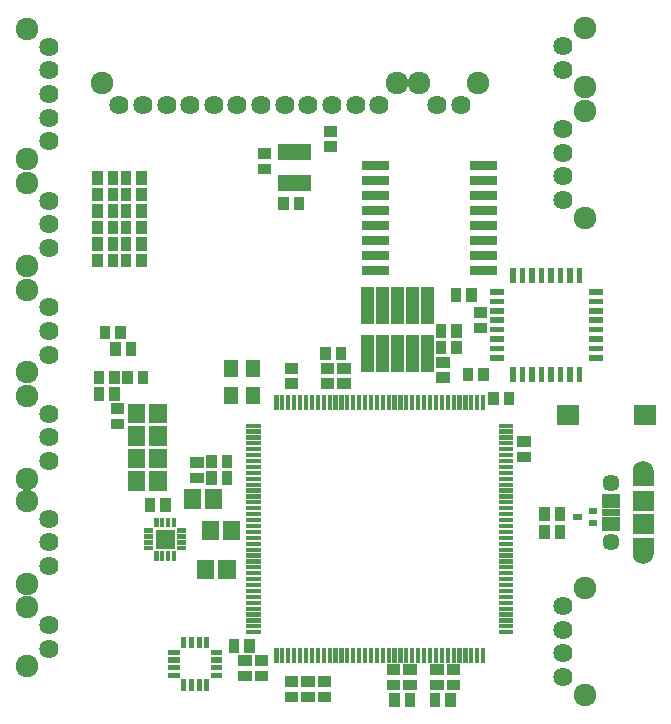
<source format=gbr>
G04 start of page 8 for group -4063 idx -4063 *
G04 Title: receiver, componentmask *
G04 Creator: pcb 20140316 *
G04 CreationDate: Tue 02 Jan 2018 12:34:38 AM GMT UTC *
G04 For: brian *
G04 Format: Gerber/RS-274X *
G04 PCB-Dimensions (mil): 6000.00 5000.00 *
G04 PCB-Coordinate-Origin: lower left *
%MOIN*%
%FSLAX25Y25*%
%LNTOPMASK*%
%ADD130R,0.0669X0.0669*%
%ADD129R,0.0551X0.0551*%
%ADD128R,0.0236X0.0236*%
%ADD127R,0.0220X0.0220*%
%ADD126R,0.0176X0.0176*%
%ADD125C,0.0001*%
%ADD124R,0.0572X0.0572*%
%ADD123R,0.0472X0.0472*%
%ADD122R,0.0689X0.0689*%
%ADD121R,0.0140X0.0140*%
%ADD120R,0.0430X0.0430*%
%ADD119R,0.0300X0.0300*%
%ADD118R,0.0187X0.0187*%
%ADD117R,0.0380X0.0380*%
%ADD116R,0.0355X0.0355*%
%ADD115C,0.0689*%
%ADD114C,0.0571*%
%ADD113C,0.0757*%
%ADD112C,0.0640*%
G54D112*X180283Y48563D03*
Y56437D03*
G54D113*X173016Y42657D03*
Y62343D03*
G54D112*X180283Y76126D03*
Y84000D03*
Y91874D03*
G54D113*X173016Y70220D03*
Y97780D03*
Y105220D03*
G54D112*X180283Y111126D03*
Y119000D03*
Y126874D03*
G54D113*X173016Y132780D03*
G54D112*X351717Y249437D03*
Y241563D03*
G54D113*X358984Y255343D03*
Y235657D03*
G54D112*X351717Y221811D03*
G54D113*X358984Y227717D03*
G54D112*X351717Y213937D03*
Y206063D03*
Y198189D03*
G54D113*X358984Y192283D03*
G54D112*X309563Y229717D03*
X317437D03*
G54D113*X323343Y236984D03*
X303657D03*
G54D112*X180283Y146626D03*
G54D113*X173016Y140720D03*
G54D112*X180283Y154500D03*
Y182126D03*
Y162374D03*
G54D113*X173016Y168280D03*
Y176220D03*
Y203780D03*
Y211846D03*
G54D114*X367661Y103843D03*
Y84157D03*
G54D115*X378291Y107780D03*
Y80220D03*
G54D112*X351717Y62811D03*
G54D113*X358984Y68717D03*
G54D112*X351717Y54937D03*
Y47063D03*
Y39189D03*
G54D113*X358984Y33283D03*
G54D112*X180283Y190000D03*
Y197874D03*
Y217752D03*
Y225626D03*
Y233500D03*
Y241374D03*
Y249248D03*
G54D113*X173016Y255154D03*
G54D112*X203693Y229717D03*
X211567D03*
X219441D03*
G54D113*X197787Y236984D03*
G54D112*X227315Y229717D03*
X235189D03*
X243063D03*
X250937D03*
X258811D03*
X266685D03*
X274559D03*
X282433D03*
X290307D03*
G54D113*X296213Y236984D03*
G54D116*X263559Y197492D02*Y196508D01*
G54D117*X265700Y204700D02*Y203100D01*
G54D116*X258441Y197492D02*Y196508D01*
G54D117*X258300Y204700D02*Y203100D01*
X262000Y204700D02*Y203100D01*
Y214900D02*Y213300D01*
X258300Y214900D02*Y213300D01*
G54D116*X251508Y208441D02*X252492D01*
X273508Y221059D02*X274492D01*
X273508Y215941D02*X274492D01*
G54D117*X265700Y214900D02*Y213300D01*
G54D116*X251508Y213559D02*X252492D01*
X202441Y148992D02*Y148008D01*
X207559Y148992D02*Y148008D01*
X204059Y154492D02*Y153508D01*
X198941Y154492D02*Y153508D01*
X205941Y205992D02*Y205008D01*
X211059Y205992D02*Y205008D01*
Y200492D02*Y199508D01*
X205941Y194992D02*Y194008D01*
Y200492D02*Y199508D01*
X201559Y200492D02*Y199508D01*
Y205992D02*Y205008D01*
Y194992D02*Y194008D01*
X196441Y200492D02*Y199508D01*
Y205992D02*Y205008D01*
X211059Y194992D02*Y194008D01*
Y189492D02*Y188508D01*
Y178492D02*Y177508D01*
Y183992D02*Y183008D01*
X205941Y189492D02*Y188508D01*
Y178492D02*Y177508D01*
Y183992D02*Y183008D01*
X201559Y189492D02*Y188508D01*
X196441Y189492D02*Y188508D01*
X201559Y183992D02*Y183008D01*
X196441Y183992D02*Y183008D01*
X201559Y178492D02*Y177508D01*
X196441Y178492D02*Y177508D01*
Y194992D02*Y194008D01*
G54D118*X357023Y174492D02*Y171566D01*
X353874Y174492D02*Y171566D01*
X350724Y174492D02*Y171566D01*
X347575Y174492D02*Y171566D01*
X344425Y174492D02*Y171566D01*
X341275Y174492D02*Y171566D01*
X338126Y174492D02*Y171566D01*
X334976Y174492D02*Y171566D01*
G54D119*X322000Y174500D02*X328000D01*
X322000Y179500D02*X328000D01*
X322000Y184500D02*X328000D01*
X322000Y199500D02*X328000D01*
X322000Y189500D02*X328000D01*
X322000Y194500D02*X328000D01*
X322000Y204500D02*X328000D01*
X322000Y209500D02*X328000D01*
X286000D02*X292000D01*
X286000Y204500D02*X292000D01*
X286000Y199500D02*X292000D01*
X286000Y194500D02*X292000D01*
X286000Y189500D02*X292000D01*
X286000Y184500D02*X292000D01*
X286000Y179500D02*X292000D01*
X286000Y174500D02*X292000D01*
G54D116*X311008Y144059D02*X311992D01*
X310941Y149492D02*Y148508D01*
G54D120*X306500Y151050D02*Y142950D01*
X301500Y151050D02*Y142950D01*
X296500Y151050D02*Y142950D01*
X291500Y151050D02*Y142950D01*
X286500Y151050D02*Y142950D01*
X306500Y167050D02*Y158950D01*
X301500Y167050D02*Y158950D01*
X296500Y167050D02*Y158950D01*
X291500Y167050D02*Y158950D01*
X286500Y167050D02*Y158950D01*
G54D116*X323508Y155441D02*X324492D01*
X323508Y160559D02*X324492D01*
X316059Y154992D02*Y154008D01*
X310941Y154992D02*Y154008D01*
X315941Y166992D02*Y166008D01*
X321059Y166992D02*Y166008D01*
G54D118*X328008Y167523D02*X330934D01*
X328008Y164374D02*X330934D01*
X328008Y161224D02*X330934D01*
X328008Y158075D02*X330934D01*
X328008Y154925D02*X330934D01*
G54D121*X309200Y132319D02*Y128921D01*
X307232Y132319D02*Y128921D01*
X317074Y132319D02*Y128921D01*
X315106Y132319D02*Y128921D01*
X313137Y132319D02*Y128921D01*
X311169Y132319D02*Y128921D01*
X324948Y132319D02*Y128921D01*
X322980Y132319D02*Y128921D01*
X321011Y132319D02*Y128921D01*
X319043Y132319D02*Y128921D01*
G54D116*X338008Y112441D02*X338992D01*
X338008Y117559D02*X338992D01*
G54D121*X330921Y87516D02*X334319D01*
X330921Y89485D02*X334319D01*
X330921Y91453D02*X334319D01*
X330921Y93422D02*X334319D01*
X330921Y95390D02*X334319D01*
X330921Y97359D02*X334319D01*
X330921Y99327D02*X334319D01*
X330921Y101296D02*X334319D01*
X330921Y103264D02*X334319D01*
X330921Y105233D02*X334319D01*
X330921Y107201D02*X334319D01*
X330921Y109170D02*X334319D01*
X330921Y111138D02*X334319D01*
X330921Y113107D02*X334319D01*
X330921Y115075D02*X334319D01*
X330921Y117044D02*X334319D01*
X330921Y119012D02*X334319D01*
X330921Y120981D02*X334319D01*
X330921Y122949D02*X334319D01*
G54D116*X319941Y140492D02*Y139508D01*
X325059Y140492D02*Y139508D01*
X311008Y138941D02*X311992D01*
X316059Y149492D02*Y148508D01*
G54D118*X328008Y151775D02*X330934D01*
X328008Y148626D02*X330934D01*
X328008Y145476D02*X330934D01*
G54D116*X333559Y132492D02*Y131508D01*
X328441Y132492D02*Y131508D01*
G54D118*X334977Y141434D02*Y138508D01*
X338126Y141434D02*Y138508D01*
X341276Y141434D02*Y138508D01*
X344425Y141434D02*Y138508D01*
X347575Y141434D02*Y138508D01*
X350725Y141434D02*Y138508D01*
X353874Y141434D02*Y138508D01*
X357024Y141434D02*Y138508D01*
X361066Y145477D02*X363992D01*
G54D122*X353008Y126500D02*X353402D01*
G54D118*X361066Y148626D02*X363992D01*
X361066Y151776D02*X363992D01*
X361066Y154925D02*X363992D01*
X361066Y158075D02*X363992D01*
X361066Y161225D02*X363992D01*
X361066Y164374D02*X363992D01*
X361066Y167524D02*X363992D01*
G54D116*X278008Y136941D02*X278992D01*
X278008Y142059D02*X278992D01*
X277559Y147492D02*Y146508D01*
G54D121*X305263Y132319D02*Y128921D01*
X303295Y132319D02*Y128921D01*
X301326Y132319D02*Y128921D01*
X299358Y132319D02*Y128921D01*
X297389Y132319D02*Y128921D01*
X295421Y132319D02*Y128921D01*
X293452Y132319D02*Y128921D01*
X291484Y132319D02*Y128921D01*
X289515Y132319D02*Y128921D01*
X287547Y132319D02*Y128921D01*
X285578Y132319D02*Y128921D01*
X283610Y132319D02*Y128921D01*
X281641Y132319D02*Y128921D01*
X279673Y132319D02*Y128921D01*
X277704Y132319D02*Y128921D01*
X275736Y132319D02*Y128921D01*
G54D116*X260508Y136941D02*X261492D01*
X260508Y142059D02*X261492D01*
G54D123*X240858Y142520D02*Y141535D01*
X248142Y142520D02*Y141535D01*
Y133465D02*Y132480D01*
G54D121*X261956Y132319D02*Y128921D01*
X259988Y132319D02*Y128921D01*
X258019Y132319D02*Y128921D01*
X256051Y132319D02*Y128921D01*
G54D123*X240858Y133465D02*Y132480D01*
G54D121*X246681Y122948D02*X250079D01*
X246681Y120980D02*X250079D01*
X246681Y119011D02*X250079D01*
X246681Y117043D02*X250079D01*
X246681Y115074D02*X250079D01*
X246681Y113106D02*X250079D01*
X246681Y111137D02*X250079D01*
X246681Y109169D02*X250079D01*
X246681Y107200D02*X250079D01*
X246681Y105232D02*X250079D01*
X246681Y103263D02*X250079D01*
X246681Y101295D02*X250079D01*
X246681Y99326D02*X250079D01*
X246681Y97358D02*X250079D01*
X246681Y95389D02*X250079D01*
X246681Y93421D02*X250079D01*
X246681Y91452D02*X250079D01*
X246681Y89484D02*X250079D01*
X246681Y87515D02*X250079D01*
G54D124*X239543Y75393D02*Y74607D01*
X232457Y75393D02*Y74607D01*
G54D121*X216048Y80315D02*Y78662D01*
X218016Y80315D02*Y78662D01*
G54D125*G36*
X215848Y88152D02*Y81848D01*
X222152D01*
Y88152D01*
X215848D01*
G37*
G54D121*X219984Y80315D02*Y78662D01*
X221952Y80315D02*Y78662D01*
G54D126*X220871Y47338D02*X222957D01*
X220871Y44779D02*X222957D01*
X220871Y42221D02*X222957D01*
X220871Y39662D02*X222957D01*
G54D116*X213941Y96992D02*Y96008D01*
X219059Y96992D02*Y96008D01*
G54D121*X221952Y91338D02*Y89685D01*
X219984Y91338D02*Y89685D01*
X218016Y91338D02*Y89685D01*
X216048Y91338D02*Y89685D01*
X212662Y87952D02*X214315D01*
X212662Y85984D02*X214315D01*
X212662Y84016D02*X214315D01*
X212662Y82048D02*X214315D01*
G54D116*X241941Y49992D02*Y49008D01*
X247059Y49992D02*Y49008D01*
G54D126*X232838Y51629D02*Y49543D01*
X230279Y51629D02*Y49543D01*
X227721Y51629D02*Y49543D01*
X225162Y51629D02*Y49543D01*
X235043Y47338D02*X237129D01*
X225162Y37457D02*Y35371D01*
X227721Y37457D02*Y35371D01*
X230279Y37457D02*Y35371D01*
X232838Y37457D02*Y35371D01*
X235043Y39662D02*X237129D01*
X235043Y42221D02*X237129D01*
X235043Y44779D02*X237129D01*
G54D124*X233957Y88393D02*Y87607D01*
X241043Y88393D02*Y87607D01*
G54D121*X223685Y82048D02*X225338D01*
X223685Y84016D02*X225338D01*
X223685Y85984D02*X225338D01*
X223685Y87952D02*X225338D01*
G54D124*X235043Y98893D02*Y98107D01*
X227957Y98893D02*Y98107D01*
G54D116*X234441Y105992D02*Y105008D01*
X229008Y105441D02*X229992D01*
X239559Y105992D02*Y105008D01*
Y111492D02*Y110508D01*
X234441Y111492D02*Y110508D01*
X229008Y110559D02*X229992D01*
G54D124*X216543Y104893D02*Y104107D01*
X209457Y104893D02*Y104107D01*
X216543Y112393D02*Y111607D01*
X209457Y112393D02*Y111607D01*
X216543Y119893D02*Y119107D01*
X209457Y119893D02*Y119107D01*
X216543Y127393D02*Y126607D01*
X209457Y127393D02*Y126607D01*
G54D116*X202508Y128559D02*X203492D01*
X202508Y123441D02*X203492D01*
X202059Y139492D02*Y138508D01*
X206441Y139492D02*Y138508D01*
X202059Y133992D02*Y133008D01*
X196941Y139492D02*Y138508D01*
X211559Y139492D02*Y138508D01*
X196941Y133992D02*Y133008D01*
X250508Y44559D02*X251492D01*
X250508Y39441D02*X251492D01*
X245008Y44559D02*X245992D01*
X245008Y39441D02*X245992D01*
X260508Y37559D02*X261492D01*
X266008D02*X266992D01*
X271508D02*X272492D01*
G54D121*X256052Y48079D02*Y44681D01*
X258020Y48079D02*Y44681D01*
X259989Y48079D02*Y44681D01*
X261957Y48079D02*Y44681D01*
X263926Y48079D02*Y44681D01*
X265894Y48079D02*Y44681D01*
X267863Y48079D02*Y44681D01*
X269831Y48079D02*Y44681D01*
X271800Y48079D02*Y44681D01*
X273768Y48079D02*Y44681D01*
G54D116*X272508Y136941D02*X273492D01*
G54D121*X273767Y132319D02*Y128921D01*
G54D116*X272508Y142059D02*X273492D01*
X272441Y147492D02*Y146508D01*
G54D121*X271799Y132319D02*Y128921D01*
X269830Y132319D02*Y128921D01*
X267862Y132319D02*Y128921D01*
X265893Y132319D02*Y128921D01*
X263925Y132319D02*Y128921D01*
G54D127*X361250Y94469D02*X361848D01*
X361250Y90531D02*X361848D01*
G54D128*X365791Y88882D02*X369531D01*
X365791Y91441D02*X369531D01*
X365791Y94000D02*X369531D01*
X365791Y96559D02*X369531D01*
X365791Y99118D02*X369531D01*
G54D129*X377602Y105417D02*X378980D01*
G54D122*X378598Y126500D02*X378992D01*
G54D129*X377602Y82583D02*X378980D01*
G54D130*X378193Y97937D02*X378390D01*
X378193Y90063D02*X378390D01*
G54D127*X356152Y92500D02*X356750D01*
G54D116*X350559Y93992D02*Y93008D01*
X345441Y93992D02*Y93008D01*
X350559Y87992D02*Y87008D01*
X345441Y87992D02*Y87008D01*
X260508Y32441D02*X261492D01*
X266008D02*X266992D01*
X271508D02*X272492D01*
G54D121*X275737Y48079D02*Y44681D01*
X277705Y48079D02*Y44681D01*
X279674Y48079D02*Y44681D01*
X281642Y48079D02*Y44681D01*
X246681Y85547D02*X250079D01*
X246681Y83578D02*X250079D01*
X246681Y81610D02*X250079D01*
X246681Y79641D02*X250079D01*
X246681Y77673D02*X250079D01*
X246681Y75704D02*X250079D01*
X246681Y73736D02*X250079D01*
X246681Y71767D02*X250079D01*
X246681Y69799D02*X250079D01*
X246681Y67830D02*X250079D01*
X246681Y65862D02*X250079D01*
X246681Y63893D02*X250079D01*
X246681Y61925D02*X250079D01*
X246681Y59956D02*X250079D01*
X246681Y57988D02*X250079D01*
X246681Y56019D02*X250079D01*
X246681Y54051D02*X250079D01*
G54D116*X294508Y41559D02*X295492D01*
X294508Y36441D02*X295492D01*
X300008Y41559D02*X300992D01*
X300008Y36441D02*X300992D01*
X295441Y31992D02*Y31008D01*
X300559Y31992D02*Y31008D01*
X309008Y41559D02*X309992D01*
X309008Y36441D02*X309992D01*
X314508Y41559D02*X315492D01*
X314508Y36441D02*X315492D01*
X308941Y31992D02*Y31008D01*
X314059Y31992D02*Y31008D01*
G54D121*X330921Y54052D02*X334319D01*
X330921Y56020D02*X334319D01*
X330921Y57989D02*X334319D01*
X330921Y59957D02*X334319D01*
X330921Y61926D02*X334319D01*
X330921Y63894D02*X334319D01*
X330921Y65863D02*X334319D01*
X330921Y67831D02*X334319D01*
X330921Y69800D02*X334319D01*
X330921Y71768D02*X334319D01*
X330921Y73737D02*X334319D01*
X330921Y75705D02*X334319D01*
X330921Y77674D02*X334319D01*
X330921Y79642D02*X334319D01*
X330921Y81611D02*X334319D01*
X330921Y83579D02*X334319D01*
X330921Y85548D02*X334319D01*
X289516Y48079D02*Y44681D01*
X291485Y48079D02*Y44681D01*
X293453Y48079D02*Y44681D01*
X285579Y48079D02*Y44681D01*
X287548Y48079D02*Y44681D01*
X283611Y48079D02*Y44681D01*
X295422Y48079D02*Y44681D01*
X297390Y48079D02*Y44681D01*
X299359Y48079D02*Y44681D01*
X301327Y48079D02*Y44681D01*
X303296Y48079D02*Y44681D01*
X305264Y48079D02*Y44681D01*
X307233Y48079D02*Y44681D01*
X309201Y48079D02*Y44681D01*
X311170Y48079D02*Y44681D01*
X313138Y48079D02*Y44681D01*
X315107Y48079D02*Y44681D01*
X317075Y48079D02*Y44681D01*
X319044Y48079D02*Y44681D01*
X321012Y48079D02*Y44681D01*
X322981Y48079D02*Y44681D01*
X324949Y48079D02*Y44681D01*
M02*

</source>
